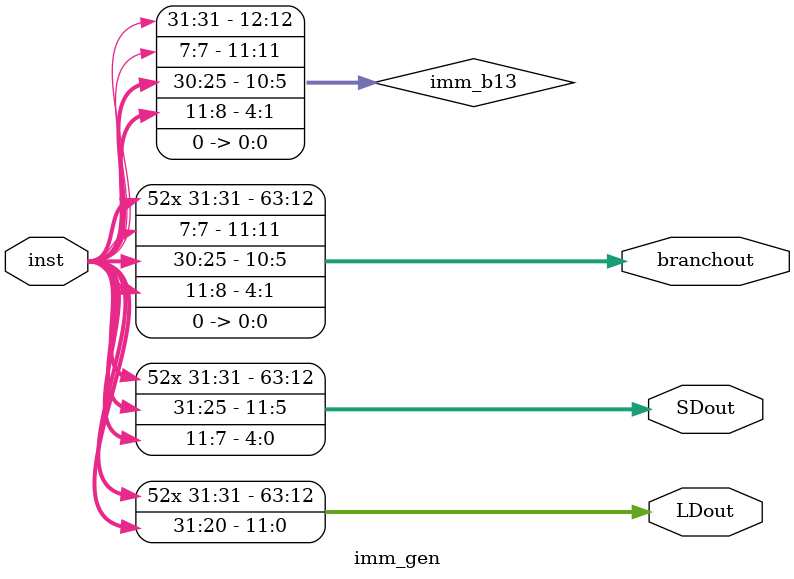
<source format=sv>
module imm_gen (
    input [31:0] inst,
    output [63:0] LDout,
                  SDout,
                  branchout
);

wire [12:0] imm_b13 = { inst[31],
                        inst[7],
                        inst[30:25],
                        inst[11:8],
                        1'b0 };

assign LDout = {{52{inst[31]}}, inst[31:20]};
assign SDout = {{52{inst[31]}}, inst[31:25], inst[11:7]};
assign branchout = {{51{imm_b13[12]}}, imm_b13};
    
endmodule
</source>
